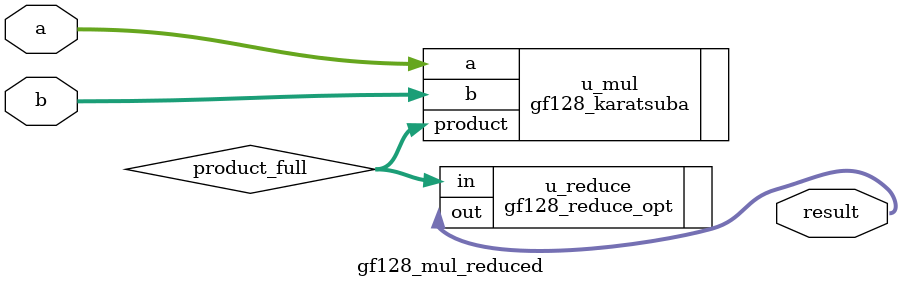
<source format=v>

module gf128_mul_reduced (
    input  wire [127:0] a,
    input  wire [127:0] b,
    output wire [127:0] result
);

    wire [255:0] product_full;

    // Karatsuba multiplier instantiation
    gf128_karatsuba u_mul (
        .a(a),
        .b(b),
        .product(product_full)
    );

    // Optimized AES-GCM reduction
    gf128_reduce_opt u_reduce (
        .in(product_full),
        .out(result)
    );

endmodule


</source>
